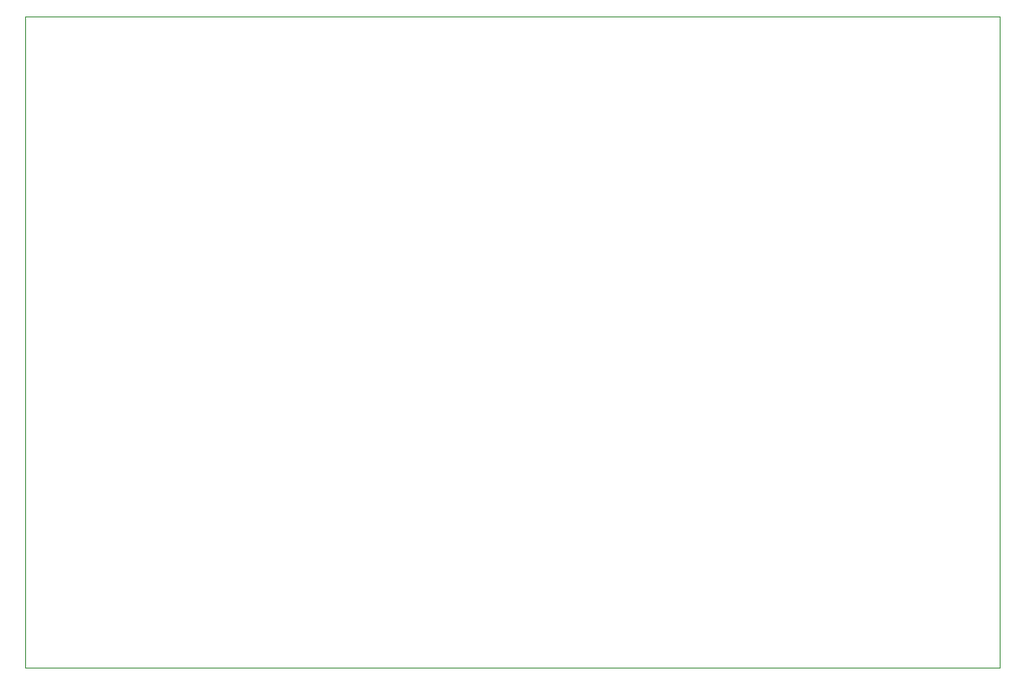
<source format=gbr>
G04 #@! TF.GenerationSoftware,KiCad,Pcbnew,(5.1.5)-3*
G04 #@! TF.CreationDate,2020-05-28T15:20:15-05:00*
G04 #@! TF.ProjectId,37P_TFT_Breakout,3337505f-5446-4545-9f42-7265616b6f75,rev?*
G04 #@! TF.SameCoordinates,Original*
G04 #@! TF.FileFunction,Paste,Bot*
G04 #@! TF.FilePolarity,Positive*
%FSLAX46Y46*%
G04 Gerber Fmt 4.6, Leading zero omitted, Abs format (unit mm)*
G04 Created by KiCad (PCBNEW (5.1.5)-3) date 2020-05-28 15:20:15*
%MOMM*%
%LPD*%
G04 APERTURE LIST*
G04 #@! TA.AperFunction,Profile*
%ADD10C,0.120000*%
G04 #@! TD*
G04 APERTURE END LIST*
D10*
X197500000Y-70000000D02*
X197500000Y-133500000D01*
X102500000Y-70000000D02*
X197500000Y-70000000D01*
X102500000Y-133500000D02*
X102500000Y-70000000D01*
X102500000Y-133500000D02*
X197500000Y-133500000D01*
M02*

</source>
